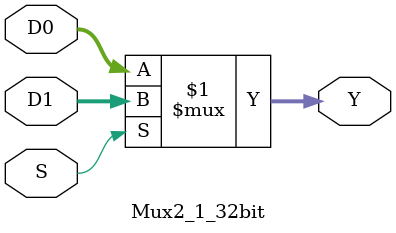
<source format=v>
module Mux2_1_32bit(D0, D1, S, Y);

output [31:0] Y;
input  [31:0] D0, D1;
input  S;

assign Y=(S)?D1:D0;
endmodule 
</source>
